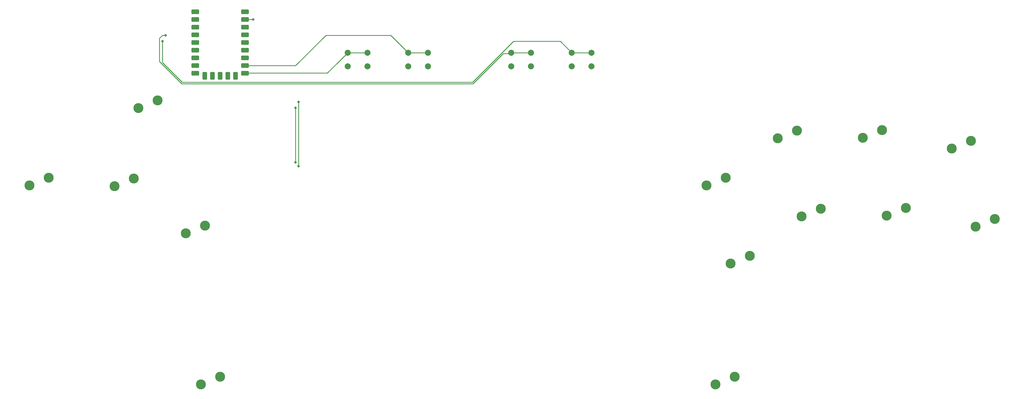
<source format=gbr>
%TF.GenerationSoftware,KiCad,Pcbnew,7.0.10*%
%TF.CreationDate,2024-02-02T19:17:30-06:00*%
%TF.ProjectId,genbox,67656e62-6f78-42e6-9b69-6361645f7063,rev?*%
%TF.SameCoordinates,Original*%
%TF.FileFunction,Copper,L1,Top*%
%TF.FilePolarity,Positive*%
%FSLAX46Y46*%
G04 Gerber Fmt 4.6, Leading zero omitted, Abs format (unit mm)*
G04 Created by KiCad (PCBNEW 7.0.10) date 2024-02-02 19:17:30*
%MOMM*%
%LPD*%
G01*
G04 APERTURE LIST*
G04 Aperture macros list*
%AMRoundRect*
0 Rectangle with rounded corners*
0 $1 Rounding radius*
0 $2 $3 $4 $5 $6 $7 $8 $9 X,Y pos of 4 corners*
0 Add a 4 corners polygon primitive as box body*
4,1,4,$2,$3,$4,$5,$6,$7,$8,$9,$2,$3,0*
0 Add four circle primitives for the rounded corners*
1,1,$1+$1,$2,$3*
1,1,$1+$1,$4,$5*
1,1,$1+$1,$6,$7*
1,1,$1+$1,$8,$9*
0 Add four rect primitives between the rounded corners*
20,1,$1+$1,$2,$3,$4,$5,0*
20,1,$1+$1,$4,$5,$6,$7,0*
20,1,$1+$1,$6,$7,$8,$9,0*
20,1,$1+$1,$8,$9,$2,$3,0*%
G04 Aperture macros list end*
%TA.AperFunction,ComponentPad*%
%ADD10RoundRect,0.400050X0.899950X0.400050X-0.899950X0.400050X-0.899950X-0.400050X0.899950X-0.400050X0*%
%TD*%
%TA.AperFunction,ComponentPad*%
%ADD11RoundRect,0.393700X0.393700X0.906300X-0.393700X0.906300X-0.393700X-0.906300X0.393700X-0.906300X0*%
%TD*%
%TA.AperFunction,ComponentPad*%
%ADD12RoundRect,0.400000X0.400000X0.900000X-0.400000X0.900000X-0.400000X-0.900000X0.400000X-0.900000X0*%
%TD*%
%TA.AperFunction,ComponentPad*%
%ADD13RoundRect,0.400000X0.900000X0.400000X-0.900000X0.400000X-0.900000X-0.400000X0.900000X-0.400000X0*%
%TD*%
%TA.AperFunction,ComponentPad*%
%ADD14C,2.000000*%
%TD*%
%TA.AperFunction,ComponentPad*%
%ADD15C,3.300000*%
%TD*%
%TA.AperFunction,ViaPad*%
%ADD16C,0.800000*%
%TD*%
%TA.AperFunction,Conductor*%
%ADD17C,0.250000*%
%TD*%
G04 APERTURE END LIST*
D10*
%TO.P,RZ1,23,GND*%
%TO.N,GND*%
X125275000Y-68805000D03*
%TO.P,RZ1,22,5V*%
%TO.N,unconnected-(RZ1-5V-Pad22)*%
X125275000Y-66265000D03*
%TO.P,RZ1,21,3V3*%
%TO.N,unconnected-(RZ1-3V3-Pad21)*%
X125275000Y-71345000D03*
%TO.P,RZ1,20,GP29*%
%TO.N,unconnected-(RZ1-GP29-Pad20)*%
X125275000Y-73885000D03*
%TO.P,RZ1,19,GP28*%
%TO.N,unconnected-(RZ1-GP28-Pad19)*%
X125275000Y-76425000D03*
%TO.P,RZ1,18,GP27*%
%TO.N,R3*%
X125275000Y-78965000D03*
%TO.P,RZ1,17,GP26*%
%TO.N,L3*%
X125275000Y-81505000D03*
%TO.P,RZ1,16,GP15*%
%TO.N,A2*%
X125275000Y-84045000D03*
%TO.P,RZ1,15,GP14*%
%TO.N,A1*%
X125275000Y-86585000D03*
D11*
%TO.P,RZ1,14,GP13*%
%TO.N,L1*%
X122135000Y-87395000D03*
%TO.P,RZ1,13,GP12*%
%TO.N,R1*%
X119595000Y-87395000D03*
%TO.P,RZ1,12,GP11*%
%TO.N,B4*%
X117055000Y-87395000D03*
%TO.P,RZ1,11,GP10*%
%TO.N,B3*%
X114515000Y-87395000D03*
D12*
%TO.P,RZ1,10,GP9*%
%TO.N,L2*%
X111975000Y-87395000D03*
D10*
%TO.P,RZ1,9,GP8*%
%TO.N,R2*%
X108835000Y-86585000D03*
%TO.P,RZ1,8,GP7*%
%TO.N,B2*%
X108835000Y-84045000D03*
%TO.P,RZ1,7,GP6*%
%TO.N,B1*%
X108835000Y-81505000D03*
%TO.P,RZ1,6,GP5*%
%TO.N,LEFT*%
X108835000Y-78965000D03*
D13*
%TO.P,RZ1,5,GP4*%
%TO.N,RIGHT*%
X108835000Y-76425000D03*
%TO.P,RZ1,4,GP3*%
%TO.N,DOWN*%
X108835000Y-73885000D03*
%TO.P,RZ1,3,GP2*%
%TO.N,UP*%
X108835000Y-71345000D03*
%TO.P,RZ1,2,GP1*%
%TO.N,S2*%
X108835000Y-68805000D03*
%TO.P,RZ1,1,GP0*%
%TO.N,S1*%
X108835000Y-66265000D03*
%TD*%
D14*
%TO.P,SW16,1,A*%
%TO.N,A2*%
X179250000Y-79750000D03*
X185750000Y-79750000D03*
%TO.P,SW16,2,B*%
%TO.N,GND*%
X179250000Y-84250000D03*
X185750000Y-84250000D03*
%TD*%
%TO.P,SW17,2,B*%
%TO.N,GND*%
X219750000Y-84250000D03*
X213250000Y-84250000D03*
%TO.P,SW17,1,A*%
%TO.N,S1*%
X219750000Y-79750000D03*
X213250000Y-79750000D03*
%TD*%
%TO.P,SW18,2,B*%
%TO.N,GND*%
X239750000Y-84250000D03*
X233250000Y-84250000D03*
%TO.P,SW18,1,A*%
%TO.N,S2*%
X239750000Y-79750000D03*
X233250000Y-79750000D03*
%TD*%
%TO.P,SW15,2,B*%
%TO.N,GND*%
X165750000Y-84250000D03*
X159250000Y-84250000D03*
%TO.P,SW15,1,A*%
%TO.N,A1*%
X165750000Y-79750000D03*
X159250000Y-79750000D03*
%TD*%
D15*
%TO.P,MX11,1,1*%
%TO.N,R3*%
X280690000Y-189460000D03*
%TO.P,MX11,2,2*%
%TO.N,GND*%
X287040000Y-186920000D03*
%TD*%
%TO.P,MX3,1,1*%
%TO.N,DOWN*%
X82209000Y-123915500D03*
%TO.P,MX3,2,2*%
%TO.N,GND*%
X88559000Y-121375500D03*
%TD*%
%TO.P,MX12,1,1*%
%TO.N,B2*%
X309171000Y-133915500D03*
%TO.P,MX12,2,2*%
%TO.N,GND*%
X315521000Y-131375500D03*
%TD*%
%TO.P,MX6,1,1*%
%TO.N,L3*%
X110690000Y-189460000D03*
%TO.P,MX6,2,2*%
%TO.N,GND*%
X117040000Y-186920000D03*
%TD*%
%TO.P,MX2,1,1*%
%TO.N,L2*%
X366659000Y-137253500D03*
%TO.P,MX2,2,2*%
%TO.N,GND*%
X373009000Y-134713500D03*
%TD*%
%TO.P,MX13,1,1*%
%TO.N,R2*%
X337330000Y-133671900D03*
%TO.P,MX13,2,2*%
%TO.N,GND*%
X343680000Y-131131900D03*
%TD*%
%TO.P,MX10,1,1*%
%TO.N,R1*%
X329436000Y-107851700D03*
%TO.P,MX10,2,2*%
%TO.N,GND*%
X335786000Y-105311700D03*
%TD*%
%TO.P,MX9,1,1*%
%TO.N,B4*%
X301277000Y-108095300D03*
%TO.P,MX9,2,2*%
%TO.N,GND*%
X307627000Y-105555300D03*
%TD*%
%TO.P,MX5,1,1*%
%TO.N,UP*%
X90103000Y-98095300D03*
%TO.P,MX5,2,2*%
%TO.N,GND*%
X96453000Y-95555300D03*
%TD*%
%TO.P,MX8,1,1*%
%TO.N,B1*%
X285690000Y-149460000D03*
%TO.P,MX8,2,2*%
%TO.N,GND*%
X292040000Y-146920000D03*
%TD*%
%TO.P,MX7,1,1*%
%TO.N,B3*%
X277796000Y-123639800D03*
%TO.P,MX7,2,2*%
%TO.N,GND*%
X284146000Y-121099800D03*
%TD*%
%TO.P,MX1,1,1*%
%TO.N,LEFT*%
X54050000Y-123671900D03*
%TO.P,MX1,2,2*%
%TO.N,GND*%
X60400000Y-121131900D03*
%TD*%
%TO.P,MX14,1,1*%
%TO.N,L1*%
X358765000Y-111433300D03*
%TO.P,MX14,2,2*%
%TO.N,GND*%
X365115000Y-108893300D03*
%TD*%
%TO.P,MX4,1,1*%
%TO.N,RIGHT*%
X105690000Y-139460000D03*
%TO.P,MX4,2,2*%
%TO.N,GND*%
X112040000Y-136920000D03*
%TD*%
D16*
%TO.N,GND*%
X128000000Y-68750000D03*
%TO.N,L3*%
X142000000Y-98000000D03*
X142000000Y-116000000D03*
%TO.N,R3*%
X143000000Y-117250000D03*
X143000000Y-96000000D03*
%TO.N,S2*%
X98000000Y-76000000D03*
%TO.N,S1*%
X99000000Y-74000000D03*
%TD*%
D17*
%TO.N,S2*%
X229500000Y-76000000D02*
X233250000Y-79750000D01*
X200450000Y-89550000D02*
X214000000Y-76000000D01*
X104550000Y-89550000D02*
X200450000Y-89550000D01*
X214000000Y-76000000D02*
X229500000Y-76000000D01*
X98000000Y-83000000D02*
X104550000Y-89550000D01*
X98000000Y-76000000D02*
X98000000Y-83000000D01*
%TO.N,S1*%
X213000000Y-80000000D02*
X213250000Y-79750000D01*
X200636396Y-90000000D02*
X210636396Y-80000000D01*
X210636396Y-80000000D02*
X213000000Y-80000000D01*
X97000000Y-82636396D02*
X104363604Y-90000000D01*
X104363604Y-90000000D02*
X200636396Y-90000000D01*
X97000000Y-74987347D02*
X97000000Y-82636396D01*
X97987347Y-74000000D02*
X97000000Y-74987347D01*
X99000000Y-74000000D02*
X97987347Y-74000000D01*
%TO.N,S2*%
X233250000Y-79750000D02*
X239750000Y-79750000D01*
%TO.N,S1*%
X213250000Y-79750000D02*
X219750000Y-79750000D01*
%TO.N,A1*%
X159250000Y-79750000D02*
X165750000Y-79750000D01*
%TO.N,A2*%
X179250000Y-79750000D02*
X185750000Y-79750000D01*
%TO.N,GND*%
X127945000Y-68805000D02*
X128000000Y-68750000D01*
X124675000Y-68805000D02*
X127945000Y-68805000D01*
%TO.N,L3*%
X142000000Y-116000000D02*
X142000000Y-98000000D01*
%TO.N,R3*%
X143000000Y-96000000D02*
X143000000Y-117250000D01*
%TO.N,A2*%
X173500000Y-74000000D02*
X173000000Y-74000000D01*
X142000000Y-84000000D02*
X125130000Y-84000000D01*
X125130000Y-84000000D02*
X124675000Y-83545000D01*
X179250000Y-79750000D02*
X173500000Y-74000000D01*
X152000000Y-74000000D02*
X142000000Y-84000000D01*
X173000000Y-74000000D02*
X152000000Y-74000000D01*
%TO.N,A1*%
X159250000Y-79750000D02*
X156000000Y-83000000D01*
X156000000Y-83000000D02*
X152500000Y-86500000D01*
X152500000Y-86500000D02*
X125090000Y-86500000D01*
X125090000Y-86500000D02*
X124675000Y-86085000D01*
%TD*%
M02*

</source>
